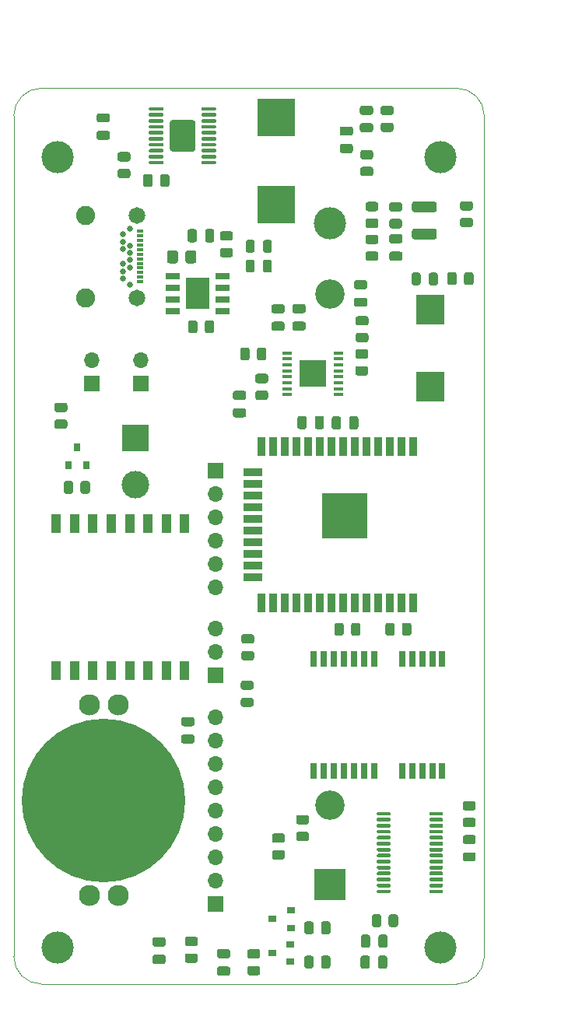
<source format=gbr>
%TF.GenerationSoftware,KiCad,Pcbnew,(5.1.10)-1*%
%TF.CreationDate,2021-09-02T16:56:43-04:00*%
%TF.ProjectId,buoy-c,62756f79-2d63-42e6-9b69-6361645f7063,1.0*%
%TF.SameCoordinates,Original*%
%TF.FileFunction,Soldermask,Top*%
%TF.FilePolarity,Negative*%
%FSLAX46Y46*%
G04 Gerber Fmt 4.6, Leading zero omitted, Abs format (unit mm)*
G04 Created by KiCad (PCBNEW (5.1.10)-1) date 2021-09-02 16:56:43*
%MOMM*%
%LPD*%
G01*
G04 APERTURE LIST*
%TA.AperFunction,Profile*%
%ADD10C,0.050000*%
%TD*%
%ADD11C,3.500000*%
%ADD12R,3.500000X3.500000*%
%ADD13C,3.200000*%
%ADD14C,2.300000*%
%ADD15C,17.800000*%
%ADD16O,1.700000X1.700000*%
%ADD17R,1.700000X1.700000*%
%ADD18R,0.800000X1.800000*%
%ADD19R,4.100000X4.100000*%
%ADD20R,3.050000X3.300000*%
%ADD21R,0.700000X0.350000*%
%ADD22C,0.650000*%
%ADD23C,1.815000*%
%ADD24C,2.085000*%
%ADD25R,0.900000X2.000000*%
%ADD26R,2.000000X0.900000*%
%ADD27R,5.000000X5.000000*%
%ADD28R,3.000000X3.000000*%
%ADD29C,3.000000*%
%ADD30R,0.800000X0.900000*%
%ADD31R,0.900000X0.800000*%
%ADD32R,2.513000X3.402000*%
%ADD33R,1.525000X0.700000*%
%ADD34R,1.050000X0.450000*%
%ADD35R,1.000000X2.000000*%
G04 APERTURE END LIST*
D10*
X151750000Y-194500000D02*
G75*
G02*
X148750000Y-197500000I-3000000J0D01*
G01*
X148750000Y-100000000D02*
G75*
G02*
X151750000Y-103000000I0J-3000000D01*
G01*
X103550000Y-197500000D02*
G75*
G02*
X100550000Y-194500000I0J3000000D01*
G01*
X100550000Y-103000000D02*
G75*
G02*
X103550000Y-100000000I3000000J0D01*
G01*
X103550000Y-197500000D02*
X148750000Y-197500000D01*
X103550000Y-100000000D02*
X148750000Y-100000000D01*
X151750000Y-103000000D02*
X151750000Y-194500000D01*
X100550000Y-103000000D02*
X100550000Y-194500000D01*
D11*
%TO.C,J5*%
X134975600Y-114700000D03*
D12*
X134975600Y-186700000D03*
D13*
X134975600Y-178055000D03*
X134975600Y-122445000D03*
%TD*%
%TO.C,C14*%
G36*
G01*
X128828780Y-123510380D02*
X129778780Y-123510380D01*
G75*
G02*
X130028780Y-123760380I0J-250000D01*
G01*
X130028780Y-124260380D01*
G75*
G02*
X129778780Y-124510380I-250000J0D01*
G01*
X128828780Y-124510380D01*
G75*
G02*
X128578780Y-124260380I0J250000D01*
G01*
X128578780Y-123760380D01*
G75*
G02*
X128828780Y-123510380I250000J0D01*
G01*
G37*
G36*
G01*
X128828780Y-125410380D02*
X129778780Y-125410380D01*
G75*
G02*
X130028780Y-125660380I0J-250000D01*
G01*
X130028780Y-126160380D01*
G75*
G02*
X129778780Y-126410380I-250000J0D01*
G01*
X128828780Y-126410380D01*
G75*
G02*
X128578780Y-126160380I0J250000D01*
G01*
X128578780Y-125660380D01*
G75*
G02*
X128828780Y-125410380I250000J0D01*
G01*
G37*
%TD*%
D14*
%TO.C,J2*%
X108822360Y-187892660D03*
X111922360Y-187892660D03*
X111922360Y-167092660D03*
X108822360Y-167092660D03*
D15*
X110322360Y-177492660D03*
%TD*%
%TO.C,R33*%
G36*
G01*
X141625741Y-102939900D02*
X140725739Y-102939900D01*
G75*
G02*
X140475740Y-102689901I0J249999D01*
G01*
X140475740Y-102164899D01*
G75*
G02*
X140725739Y-101914900I249999J0D01*
G01*
X141625741Y-101914900D01*
G75*
G02*
X141875740Y-102164899I0J-249999D01*
G01*
X141875740Y-102689901D01*
G75*
G02*
X141625741Y-102939900I-249999J0D01*
G01*
G37*
G36*
G01*
X141625741Y-104764900D02*
X140725739Y-104764900D01*
G75*
G02*
X140475740Y-104514901I0J249999D01*
G01*
X140475740Y-103989899D01*
G75*
G02*
X140725739Y-103739900I249999J0D01*
G01*
X141625741Y-103739900D01*
G75*
G02*
X141875740Y-103989899I0J-249999D01*
G01*
X141875740Y-104514901D01*
G75*
G02*
X141625741Y-104764900I-249999J0D01*
G01*
G37*
%TD*%
%TO.C,R32*%
G36*
G01*
X149356659Y-114115800D02*
X150256661Y-114115800D01*
G75*
G02*
X150506660Y-114365799I0J-249999D01*
G01*
X150506660Y-114890801D01*
G75*
G02*
X150256661Y-115140800I-249999J0D01*
G01*
X149356659Y-115140800D01*
G75*
G02*
X149106660Y-114890801I0J249999D01*
G01*
X149106660Y-114365799D01*
G75*
G02*
X149356659Y-114115800I249999J0D01*
G01*
G37*
G36*
G01*
X149356659Y-112290800D02*
X150256661Y-112290800D01*
G75*
G02*
X150506660Y-112540799I0J-249999D01*
G01*
X150506660Y-113065801D01*
G75*
G02*
X150256661Y-113315800I-249999J0D01*
G01*
X149356659Y-113315800D01*
G75*
G02*
X149106660Y-113065801I0J249999D01*
G01*
X149106660Y-112540799D01*
G75*
G02*
X149356659Y-112290800I249999J0D01*
G01*
G37*
%TD*%
D16*
%TO.C,J3*%
X114345720Y-129646680D03*
D17*
X114345720Y-132186680D03*
%TD*%
D16*
%TO.C,J10*%
X122521980Y-154302460D03*
X122521980Y-151762460D03*
X122521980Y-149222460D03*
X122521980Y-146682460D03*
X122521980Y-144142460D03*
D17*
X122521980Y-141602460D03*
%TD*%
%TO.C,R34*%
G36*
G01*
X125560119Y-161250020D02*
X126460121Y-161250020D01*
G75*
G02*
X126710120Y-161500019I0J-249999D01*
G01*
X126710120Y-162025021D01*
G75*
G02*
X126460121Y-162275020I-249999J0D01*
G01*
X125560119Y-162275020D01*
G75*
G02*
X125310120Y-162025021I0J249999D01*
G01*
X125310120Y-161500019D01*
G75*
G02*
X125560119Y-161250020I249999J0D01*
G01*
G37*
G36*
G01*
X125560119Y-159425020D02*
X126460121Y-159425020D01*
G75*
G02*
X126710120Y-159675019I0J-249999D01*
G01*
X126710120Y-160200021D01*
G75*
G02*
X126460121Y-160450020I-249999J0D01*
G01*
X125560119Y-160450020D01*
G75*
G02*
X125310120Y-160200021I0J249999D01*
G01*
X125310120Y-159675019D01*
G75*
G02*
X125560119Y-159425020I249999J0D01*
G01*
G37*
%TD*%
%TO.C,D8*%
G36*
G01*
X126404690Y-165462800D02*
X125492190Y-165462800D01*
G75*
G02*
X125248440Y-165219050I0J243750D01*
G01*
X125248440Y-164731550D01*
G75*
G02*
X125492190Y-164487800I243750J0D01*
G01*
X126404690Y-164487800D01*
G75*
G02*
X126648440Y-164731550I0J-243750D01*
G01*
X126648440Y-165219050D01*
G75*
G02*
X126404690Y-165462800I-243750J0D01*
G01*
G37*
G36*
G01*
X126404690Y-167337800D02*
X125492190Y-167337800D01*
G75*
G02*
X125248440Y-167094050I0J243750D01*
G01*
X125248440Y-166606550D01*
G75*
G02*
X125492190Y-166362800I243750J0D01*
G01*
X126404690Y-166362800D01*
G75*
G02*
X126648440Y-166606550I0J-243750D01*
G01*
X126648440Y-167094050D01*
G75*
G02*
X126404690Y-167337800I-243750J0D01*
G01*
G37*
%TD*%
D16*
%TO.C,J7*%
X109062520Y-129646680D03*
D17*
X109062520Y-132186680D03*
%TD*%
D16*
%TO.C,J14*%
X122521980Y-168455340D03*
X122521980Y-170995340D03*
X122521980Y-173535340D03*
X122521980Y-176075340D03*
X122521980Y-178615340D03*
X122521980Y-181155340D03*
X122521980Y-183695340D03*
X122521980Y-186235340D03*
D17*
X122521980Y-188775340D03*
%TD*%
D18*
%TO.C,U1*%
X133185140Y-174314040D03*
X134285140Y-174314040D03*
X135385140Y-174314040D03*
X136485140Y-174314040D03*
X137585140Y-174314040D03*
X138685140Y-174314040D03*
X139785140Y-174314040D03*
X142785140Y-174314040D03*
X143885140Y-174314040D03*
X144985140Y-174314040D03*
X146085140Y-174314040D03*
X147185140Y-174314040D03*
X147185140Y-162114040D03*
X146085140Y-162114040D03*
X144985140Y-162114040D03*
X143885140Y-162114040D03*
X142785140Y-162114040D03*
X139785140Y-162114040D03*
X138685140Y-162114040D03*
X137585140Y-162114040D03*
X136485140Y-162114040D03*
X135385140Y-162114040D03*
X134285140Y-162114040D03*
X133185140Y-162114040D03*
%TD*%
D11*
%TO.C,REF\u002A\u002A*%
X147000000Y-193500000D03*
%TD*%
%TO.C,REF\u002A\u002A*%
X147000000Y-107500000D03*
%TD*%
%TO.C,REF\u002A\u002A*%
X105300000Y-193500000D03*
%TD*%
%TO.C,REF\u002A\u002A*%
X105300000Y-107500000D03*
%TD*%
D19*
%TO.C,L1*%
X129113280Y-112669520D03*
X129113280Y-103169520D03*
%TD*%
D20*
%TO.C,L2*%
X145897600Y-124082700D03*
X145897600Y-132482700D03*
%TD*%
D21*
%TO.C,J1*%
X114314020Y-115570820D03*
X114314020Y-116070820D03*
X114314020Y-116570820D03*
X114314020Y-117070820D03*
X114314020Y-117570820D03*
X114314020Y-118070820D03*
X114314020Y-118570820D03*
X114314020Y-119070820D03*
X114314020Y-119570820D03*
X114314020Y-120070820D03*
X114314020Y-120570820D03*
X114314020Y-121070820D03*
D22*
X113164020Y-121370820D03*
X112464020Y-120720820D03*
X112464020Y-119920820D03*
X113164020Y-119520820D03*
X112464020Y-119120820D03*
X113164020Y-118720820D03*
X113164020Y-117920820D03*
X112464020Y-117520820D03*
X113164020Y-117120820D03*
X112464020Y-116720820D03*
X112464020Y-115920820D03*
X113164020Y-115270820D03*
D23*
X113964020Y-113820820D03*
D24*
X108364020Y-113820820D03*
X108364020Y-122820820D03*
D23*
X113964020Y-122820820D03*
%TD*%
D25*
%TO.C,U4*%
X144041600Y-139030300D03*
X142771600Y-139030300D03*
X141501600Y-139030300D03*
X140231600Y-139030300D03*
X138961600Y-139030300D03*
X137691600Y-139030300D03*
X136421600Y-139030300D03*
X135151600Y-139030300D03*
X133881600Y-139030300D03*
X132611600Y-139030300D03*
X131341600Y-139030300D03*
X130071600Y-139030300D03*
X128801600Y-139030300D03*
X127531600Y-139030300D03*
D26*
X126531600Y-141815300D03*
X126531600Y-143085300D03*
X126531600Y-144355300D03*
X126531600Y-145625300D03*
X126531600Y-146895300D03*
X126531600Y-148165300D03*
X126531600Y-149435300D03*
X126531600Y-150705300D03*
X126531600Y-151975300D03*
X126531600Y-153245300D03*
D25*
X127531600Y-156030300D03*
X128801600Y-156030300D03*
X130071600Y-156030300D03*
X131341600Y-156030300D03*
X132611600Y-156030300D03*
X133881600Y-156030300D03*
X135151600Y-156030300D03*
X136421600Y-156030300D03*
X137691600Y-156030300D03*
X138961600Y-156030300D03*
X140231600Y-156030300D03*
X141501600Y-156030300D03*
X142771600Y-156030300D03*
X144041600Y-156030300D03*
D27*
X136541600Y-146530300D03*
%TD*%
%TO.C,C1*%
G36*
G01*
X109811800Y-102735720D02*
X110761800Y-102735720D01*
G75*
G02*
X111011800Y-102985720I0J-250000D01*
G01*
X111011800Y-103485720D01*
G75*
G02*
X110761800Y-103735720I-250000J0D01*
G01*
X109811800Y-103735720D01*
G75*
G02*
X109561800Y-103485720I0J250000D01*
G01*
X109561800Y-102985720D01*
G75*
G02*
X109811800Y-102735720I250000J0D01*
G01*
G37*
G36*
G01*
X109811800Y-104635720D02*
X110761800Y-104635720D01*
G75*
G02*
X111011800Y-104885720I0J-250000D01*
G01*
X111011800Y-105385720D01*
G75*
G02*
X110761800Y-105635720I-250000J0D01*
G01*
X109811800Y-105635720D01*
G75*
G02*
X109561800Y-105385720I0J250000D01*
G01*
X109561800Y-104885720D01*
G75*
G02*
X109811800Y-104635720I250000J0D01*
G01*
G37*
%TD*%
%TO.C,C2*%
G36*
G01*
X119014220Y-168440440D02*
X119964220Y-168440440D01*
G75*
G02*
X120214220Y-168690440I0J-250000D01*
G01*
X120214220Y-169190440D01*
G75*
G02*
X119964220Y-169440440I-250000J0D01*
G01*
X119014220Y-169440440D01*
G75*
G02*
X118764220Y-169190440I0J250000D01*
G01*
X118764220Y-168690440D01*
G75*
G02*
X119014220Y-168440440I250000J0D01*
G01*
G37*
G36*
G01*
X119014220Y-170340440D02*
X119964220Y-170340440D01*
G75*
G02*
X120214220Y-170590440I0J-250000D01*
G01*
X120214220Y-171090440D01*
G75*
G02*
X119964220Y-171340440I-250000J0D01*
G01*
X119014220Y-171340440D01*
G75*
G02*
X118764220Y-171090440I0J250000D01*
G01*
X118764220Y-170590440D01*
G75*
G02*
X119014220Y-170340440I250000J0D01*
G01*
G37*
%TD*%
%TO.C,C3*%
G36*
G01*
X122366700Y-115582680D02*
X122366700Y-116532680D01*
G75*
G02*
X122116700Y-116782680I-250000J0D01*
G01*
X121616700Y-116782680D01*
G75*
G02*
X121366700Y-116532680I0J250000D01*
G01*
X121366700Y-115582680D01*
G75*
G02*
X121616700Y-115332680I250000J0D01*
G01*
X122116700Y-115332680D01*
G75*
G02*
X122366700Y-115582680I0J-250000D01*
G01*
G37*
G36*
G01*
X120466700Y-115582680D02*
X120466700Y-116532680D01*
G75*
G02*
X120216700Y-116782680I-250000J0D01*
G01*
X119716700Y-116782680D01*
G75*
G02*
X119466700Y-116532680I0J250000D01*
G01*
X119466700Y-115582680D01*
G75*
G02*
X119716700Y-115332680I250000J0D01*
G01*
X120216700Y-115332680D01*
G75*
G02*
X120466700Y-115582680I0J-250000D01*
G01*
G37*
%TD*%
%TO.C,C4*%
G36*
G01*
X136260820Y-104170820D02*
X137210820Y-104170820D01*
G75*
G02*
X137460820Y-104420820I0J-250000D01*
G01*
X137460820Y-104920820D01*
G75*
G02*
X137210820Y-105170820I-250000J0D01*
G01*
X136260820Y-105170820D01*
G75*
G02*
X136010820Y-104920820I0J250000D01*
G01*
X136010820Y-104420820D01*
G75*
G02*
X136260820Y-104170820I250000J0D01*
G01*
G37*
G36*
G01*
X136260820Y-106070820D02*
X137210820Y-106070820D01*
G75*
G02*
X137460820Y-106320820I0J-250000D01*
G01*
X137460820Y-106820820D01*
G75*
G02*
X137210820Y-107070820I-250000J0D01*
G01*
X136260820Y-107070820D01*
G75*
G02*
X136010820Y-106820820I0J250000D01*
G01*
X136010820Y-106320820D01*
G75*
G02*
X136260820Y-106070820I250000J0D01*
G01*
G37*
%TD*%
%TO.C,C5*%
G36*
G01*
X138455380Y-103802600D02*
X139405380Y-103802600D01*
G75*
G02*
X139655380Y-104052600I0J-250000D01*
G01*
X139655380Y-104552600D01*
G75*
G02*
X139405380Y-104802600I-250000J0D01*
G01*
X138455380Y-104802600D01*
G75*
G02*
X138205380Y-104552600I0J250000D01*
G01*
X138205380Y-104052600D01*
G75*
G02*
X138455380Y-103802600I250000J0D01*
G01*
G37*
G36*
G01*
X138455380Y-101902600D02*
X139405380Y-101902600D01*
G75*
G02*
X139655380Y-102152600I0J-250000D01*
G01*
X139655380Y-102652600D01*
G75*
G02*
X139405380Y-102902600I-250000J0D01*
G01*
X138455380Y-102902600D01*
G75*
G02*
X138205380Y-102652600I0J250000D01*
G01*
X138205380Y-102152600D01*
G75*
G02*
X138455380Y-101902600I250000J0D01*
G01*
G37*
%TD*%
%TO.C,C6*%
G36*
G01*
X141655780Y-117790380D02*
X142605780Y-117790380D01*
G75*
G02*
X142855780Y-118040380I0J-250000D01*
G01*
X142855780Y-118540380D01*
G75*
G02*
X142605780Y-118790380I-250000J0D01*
G01*
X141655780Y-118790380D01*
G75*
G02*
X141405780Y-118540380I0J250000D01*
G01*
X141405780Y-118040380D01*
G75*
G02*
X141655780Y-117790380I250000J0D01*
G01*
G37*
G36*
G01*
X141655780Y-115890380D02*
X142605780Y-115890380D01*
G75*
G02*
X142855780Y-116140380I0J-250000D01*
G01*
X142855780Y-116640380D01*
G75*
G02*
X142605780Y-116890380I-250000J0D01*
G01*
X141655780Y-116890380D01*
G75*
G02*
X141405780Y-116640380I0J250000D01*
G01*
X141405780Y-116140380D01*
G75*
G02*
X141655780Y-115890380I250000J0D01*
G01*
G37*
%TD*%
%TO.C,C7*%
G36*
G01*
X137817840Y-120894180D02*
X138767840Y-120894180D01*
G75*
G02*
X139017840Y-121144180I0J-250000D01*
G01*
X139017840Y-121644180D01*
G75*
G02*
X138767840Y-121894180I-250000J0D01*
G01*
X137817840Y-121894180D01*
G75*
G02*
X137567840Y-121644180I0J250000D01*
G01*
X137567840Y-121144180D01*
G75*
G02*
X137817840Y-120894180I250000J0D01*
G01*
G37*
G36*
G01*
X137817840Y-122794180D02*
X138767840Y-122794180D01*
G75*
G02*
X139017840Y-123044180I0J-250000D01*
G01*
X139017840Y-123544180D01*
G75*
G02*
X138767840Y-123794180I-250000J0D01*
G01*
X137817840Y-123794180D01*
G75*
G02*
X137567840Y-123544180I0J250000D01*
G01*
X137567840Y-123044180D01*
G75*
G02*
X137817840Y-122794180I250000J0D01*
G01*
G37*
%TD*%
%TO.C,C8*%
G36*
G01*
X144132119Y-112341440D02*
X146332121Y-112341440D01*
G75*
G02*
X146582120Y-112591439I0J-249999D01*
G01*
X146582120Y-113241441D01*
G75*
G02*
X146332121Y-113491440I-249999J0D01*
G01*
X144132119Y-113491440D01*
G75*
G02*
X143882120Y-113241441I0J249999D01*
G01*
X143882120Y-112591439D01*
G75*
G02*
X144132119Y-112341440I249999J0D01*
G01*
G37*
G36*
G01*
X144132119Y-115291440D02*
X146332121Y-115291440D01*
G75*
G02*
X146582120Y-115541439I0J-249999D01*
G01*
X146582120Y-116191441D01*
G75*
G02*
X146332121Y-116441440I-249999J0D01*
G01*
X144132119Y-116441440D01*
G75*
G02*
X143882120Y-116191441I0J249999D01*
G01*
X143882120Y-115541439D01*
G75*
G02*
X144132119Y-115291440I249999J0D01*
G01*
G37*
%TD*%
%TO.C,C9*%
G36*
G01*
X139288100Y-194642720D02*
X139288100Y-195592720D01*
G75*
G02*
X139038100Y-195842720I-250000J0D01*
G01*
X138538100Y-195842720D01*
G75*
G02*
X138288100Y-195592720I0J250000D01*
G01*
X138288100Y-194642720D01*
G75*
G02*
X138538100Y-194392720I250000J0D01*
G01*
X139038100Y-194392720D01*
G75*
G02*
X139288100Y-194642720I0J-250000D01*
G01*
G37*
G36*
G01*
X141188100Y-194642720D02*
X141188100Y-195592720D01*
G75*
G02*
X140938100Y-195842720I-250000J0D01*
G01*
X140438100Y-195842720D01*
G75*
G02*
X140188100Y-195592720I0J250000D01*
G01*
X140188100Y-194642720D01*
G75*
G02*
X140438100Y-194392720I250000J0D01*
G01*
X140938100Y-194392720D01*
G75*
G02*
X141188100Y-194642720I0J-250000D01*
G01*
G37*
%TD*%
%TO.C,C11*%
G36*
G01*
X141221120Y-192361800D02*
X141221120Y-193311800D01*
G75*
G02*
X140971120Y-193561800I-250000J0D01*
G01*
X140471120Y-193561800D01*
G75*
G02*
X140221120Y-193311800I0J250000D01*
G01*
X140221120Y-192361800D01*
G75*
G02*
X140471120Y-192111800I250000J0D01*
G01*
X140971120Y-192111800D01*
G75*
G02*
X141221120Y-192361800I0J-250000D01*
G01*
G37*
G36*
G01*
X139321120Y-192361800D02*
X139321120Y-193311800D01*
G75*
G02*
X139071120Y-193561800I-250000J0D01*
G01*
X138571120Y-193561800D01*
G75*
G02*
X138321120Y-193311800I0J250000D01*
G01*
X138321120Y-192361800D01*
G75*
G02*
X138571120Y-192111800I250000J0D01*
G01*
X139071120Y-192111800D01*
G75*
G02*
X139321120Y-192361800I0J-250000D01*
G01*
G37*
%TD*%
%TO.C,C13*%
G36*
G01*
X131114780Y-125392600D02*
X132064780Y-125392600D01*
G75*
G02*
X132314780Y-125642600I0J-250000D01*
G01*
X132314780Y-126142600D01*
G75*
G02*
X132064780Y-126392600I-250000J0D01*
G01*
X131114780Y-126392600D01*
G75*
G02*
X130864780Y-126142600I0J250000D01*
G01*
X130864780Y-125642600D01*
G75*
G02*
X131114780Y-125392600I250000J0D01*
G01*
G37*
G36*
G01*
X131114780Y-123492600D02*
X132064780Y-123492600D01*
G75*
G02*
X132314780Y-123742600I0J-250000D01*
G01*
X132314780Y-124242600D01*
G75*
G02*
X132064780Y-124492600I-250000J0D01*
G01*
X131114780Y-124492600D01*
G75*
G02*
X130864780Y-124242600I0J250000D01*
G01*
X130864780Y-123742600D01*
G75*
G02*
X131114780Y-123492600I250000J0D01*
G01*
G37*
%TD*%
%TO.C,C16*%
G36*
G01*
X115890020Y-192415500D02*
X116840020Y-192415500D01*
G75*
G02*
X117090020Y-192665500I0J-250000D01*
G01*
X117090020Y-193165500D01*
G75*
G02*
X116840020Y-193415500I-250000J0D01*
G01*
X115890020Y-193415500D01*
G75*
G02*
X115640020Y-193165500I0J250000D01*
G01*
X115640020Y-192665500D01*
G75*
G02*
X115890020Y-192415500I250000J0D01*
G01*
G37*
G36*
G01*
X115890020Y-194315500D02*
X116840020Y-194315500D01*
G75*
G02*
X117090020Y-194565500I0J-250000D01*
G01*
X117090020Y-195065500D01*
G75*
G02*
X116840020Y-195315500I-250000J0D01*
G01*
X115890020Y-195315500D01*
G75*
G02*
X115640020Y-195065500I0J250000D01*
G01*
X115640020Y-194565500D01*
G75*
G02*
X115890020Y-194315500I250000J0D01*
G01*
G37*
%TD*%
%TO.C,C17*%
G36*
G01*
X124640320Y-134828700D02*
X125590320Y-134828700D01*
G75*
G02*
X125840320Y-135078700I0J-250000D01*
G01*
X125840320Y-135578700D01*
G75*
G02*
X125590320Y-135828700I-250000J0D01*
G01*
X124640320Y-135828700D01*
G75*
G02*
X124390320Y-135578700I0J250000D01*
G01*
X124390320Y-135078700D01*
G75*
G02*
X124640320Y-134828700I250000J0D01*
G01*
G37*
G36*
G01*
X124640320Y-132928700D02*
X125590320Y-132928700D01*
G75*
G02*
X125840320Y-133178700I0J-250000D01*
G01*
X125840320Y-133678700D01*
G75*
G02*
X125590320Y-133928700I-250000J0D01*
G01*
X124640320Y-133928700D01*
G75*
G02*
X124390320Y-133678700I0J250000D01*
G01*
X124390320Y-133178700D01*
G75*
G02*
X124640320Y-132928700I250000J0D01*
G01*
G37*
%TD*%
%TO.C,C18*%
G36*
G01*
X122913120Y-195588040D02*
X123863120Y-195588040D01*
G75*
G02*
X124113120Y-195838040I0J-250000D01*
G01*
X124113120Y-196338040D01*
G75*
G02*
X123863120Y-196588040I-250000J0D01*
G01*
X122913120Y-196588040D01*
G75*
G02*
X122663120Y-196338040I0J250000D01*
G01*
X122663120Y-195838040D01*
G75*
G02*
X122913120Y-195588040I250000J0D01*
G01*
G37*
G36*
G01*
X122913120Y-193688040D02*
X123863120Y-193688040D01*
G75*
G02*
X124113120Y-193938040I0J-250000D01*
G01*
X124113120Y-194438040D01*
G75*
G02*
X123863120Y-194688040I-250000J0D01*
G01*
X122913120Y-194688040D01*
G75*
G02*
X122663120Y-194438040I0J250000D01*
G01*
X122663120Y-193938040D01*
G75*
G02*
X122913120Y-193688040I250000J0D01*
G01*
G37*
%TD*%
%TO.C,D1*%
G36*
G01*
X125788360Y-117672170D02*
X125788360Y-116759670D01*
G75*
G02*
X126032110Y-116515920I243750J0D01*
G01*
X126519610Y-116515920D01*
G75*
G02*
X126763360Y-116759670I0J-243750D01*
G01*
X126763360Y-117672170D01*
G75*
G02*
X126519610Y-117915920I-243750J0D01*
G01*
X126032110Y-117915920D01*
G75*
G02*
X125788360Y-117672170I0J243750D01*
G01*
G37*
G36*
G01*
X127663360Y-117672170D02*
X127663360Y-116759670D01*
G75*
G02*
X127907110Y-116515920I243750J0D01*
G01*
X128394610Y-116515920D01*
G75*
G02*
X128638360Y-116759670I0J-243750D01*
G01*
X128638360Y-117672170D01*
G75*
G02*
X128394610Y-117915920I-243750J0D01*
G01*
X127907110Y-117915920D01*
G75*
G02*
X127663360Y-117672170I0J243750D01*
G01*
G37*
%TD*%
%TO.C,D2*%
G36*
G01*
X127665900Y-119823550D02*
X127665900Y-118911050D01*
G75*
G02*
X127909650Y-118667300I243750J0D01*
G01*
X128397150Y-118667300D01*
G75*
G02*
X128640900Y-118911050I0J-243750D01*
G01*
X128640900Y-119823550D01*
G75*
G02*
X128397150Y-120067300I-243750J0D01*
G01*
X127909650Y-120067300D01*
G75*
G02*
X127665900Y-119823550I0J243750D01*
G01*
G37*
G36*
G01*
X125790900Y-119823550D02*
X125790900Y-118911050D01*
G75*
G02*
X126034650Y-118667300I243750J0D01*
G01*
X126522150Y-118667300D01*
G75*
G02*
X126765900Y-118911050I0J-243750D01*
G01*
X126765900Y-119823550D01*
G75*
G02*
X126522150Y-120067300I-243750J0D01*
G01*
X126034650Y-120067300D01*
G75*
G02*
X125790900Y-119823550I0J243750D01*
G01*
G37*
%TD*%
%TO.C,D4*%
G36*
G01*
X150575330Y-184139900D02*
X149662830Y-184139900D01*
G75*
G02*
X149419080Y-183896150I0J243750D01*
G01*
X149419080Y-183408650D01*
G75*
G02*
X149662830Y-183164900I243750J0D01*
G01*
X150575330Y-183164900D01*
G75*
G02*
X150819080Y-183408650I0J-243750D01*
G01*
X150819080Y-183896150D01*
G75*
G02*
X150575330Y-184139900I-243750J0D01*
G01*
G37*
G36*
G01*
X150575330Y-182264900D02*
X149662830Y-182264900D01*
G75*
G02*
X149419080Y-182021150I0J243750D01*
G01*
X149419080Y-181533650D01*
G75*
G02*
X149662830Y-181289900I243750J0D01*
G01*
X150575330Y-181289900D01*
G75*
G02*
X150819080Y-181533650I0J-243750D01*
G01*
X150819080Y-182021150D01*
G75*
G02*
X150575330Y-182264900I-243750J0D01*
G01*
G37*
%TD*%
%TO.C,D5*%
G36*
G01*
X143847760Y-121218010D02*
X143847760Y-120305510D01*
G75*
G02*
X144091510Y-120061760I243750J0D01*
G01*
X144579010Y-120061760D01*
G75*
G02*
X144822760Y-120305510I0J-243750D01*
G01*
X144822760Y-121218010D01*
G75*
G02*
X144579010Y-121461760I-243750J0D01*
G01*
X144091510Y-121461760D01*
G75*
G02*
X143847760Y-121218010I0J243750D01*
G01*
G37*
G36*
G01*
X145722760Y-121218010D02*
X145722760Y-120305510D01*
G75*
G02*
X145966510Y-120061760I243750J0D01*
G01*
X146454010Y-120061760D01*
G75*
G02*
X146697760Y-120305510I0J-243750D01*
G01*
X146697760Y-121218010D01*
G75*
G02*
X146454010Y-121461760I-243750J0D01*
G01*
X145966510Y-121461760D01*
G75*
G02*
X145722760Y-121218010I0J243750D01*
G01*
G37*
%TD*%
D16*
%TO.C,J8*%
X122521980Y-158826200D03*
X122521980Y-161366200D03*
D17*
X122521980Y-163906200D03*
%TD*%
D28*
%TO.C,J11*%
X113797080Y-138046460D03*
D29*
X113797080Y-143126460D03*
%TD*%
D30*
%TO.C,Q1*%
X106509780Y-141063220D03*
X108409780Y-141063220D03*
X107459780Y-139063220D03*
%TD*%
D31*
%TO.C,Q2*%
X130677160Y-191383960D03*
X130677160Y-189483960D03*
X128677160Y-190433960D03*
%TD*%
%TO.C,Q3*%
X128674620Y-194124580D03*
X130674620Y-193174580D03*
X130674620Y-195074580D03*
%TD*%
%TO.C,R1*%
G36*
G01*
X116452600Y-110498041D02*
X116452600Y-109598039D01*
G75*
G02*
X116702599Y-109348040I249999J0D01*
G01*
X117227601Y-109348040D01*
G75*
G02*
X117477600Y-109598039I0J-249999D01*
G01*
X117477600Y-110498041D01*
G75*
G02*
X117227601Y-110748040I-249999J0D01*
G01*
X116702599Y-110748040D01*
G75*
G02*
X116452600Y-110498041I0J249999D01*
G01*
G37*
G36*
G01*
X114627600Y-110498041D02*
X114627600Y-109598039D01*
G75*
G02*
X114877599Y-109348040I249999J0D01*
G01*
X115402601Y-109348040D01*
G75*
G02*
X115652600Y-109598039I0J-249999D01*
G01*
X115652600Y-110498041D01*
G75*
G02*
X115402601Y-110748040I-249999J0D01*
G01*
X114877599Y-110748040D01*
G75*
G02*
X114627600Y-110498041I0J249999D01*
G01*
G37*
%TD*%
%TO.C,R2*%
G36*
G01*
X112084699Y-108774180D02*
X112984701Y-108774180D01*
G75*
G02*
X113234700Y-109024179I0J-249999D01*
G01*
X113234700Y-109549181D01*
G75*
G02*
X112984701Y-109799180I-249999J0D01*
G01*
X112084699Y-109799180D01*
G75*
G02*
X111834700Y-109549181I0J249999D01*
G01*
X111834700Y-109024179D01*
G75*
G02*
X112084699Y-108774180I249999J0D01*
G01*
G37*
G36*
G01*
X112084699Y-106949180D02*
X112984701Y-106949180D01*
G75*
G02*
X113234700Y-107199179I0J-249999D01*
G01*
X113234700Y-107724181D01*
G75*
G02*
X112984701Y-107974180I-249999J0D01*
G01*
X112084699Y-107974180D01*
G75*
G02*
X111834700Y-107724181I0J249999D01*
G01*
X111834700Y-107199179D01*
G75*
G02*
X112084699Y-106949180I249999J0D01*
G01*
G37*
%TD*%
%TO.C,R3*%
G36*
G01*
X119509480Y-126418761D02*
X119509480Y-125518759D01*
G75*
G02*
X119759479Y-125268760I249999J0D01*
G01*
X120284481Y-125268760D01*
G75*
G02*
X120534480Y-125518759I0J-249999D01*
G01*
X120534480Y-126418761D01*
G75*
G02*
X120284481Y-126668760I-249999J0D01*
G01*
X119759479Y-126668760D01*
G75*
G02*
X119509480Y-126418761I0J249999D01*
G01*
G37*
G36*
G01*
X121334480Y-126418761D02*
X121334480Y-125518759D01*
G75*
G02*
X121584479Y-125268760I249999J0D01*
G01*
X122109481Y-125268760D01*
G75*
G02*
X122359480Y-125518759I0J-249999D01*
G01*
X122359480Y-126418761D01*
G75*
G02*
X122109481Y-126668760I-249999J0D01*
G01*
X121584479Y-126668760D01*
G75*
G02*
X121334480Y-126418761I0J249999D01*
G01*
G37*
%TD*%
%TO.C,R5*%
G36*
G01*
X123247999Y-117387320D02*
X124148001Y-117387320D01*
G75*
G02*
X124398000Y-117637319I0J-249999D01*
G01*
X124398000Y-118162321D01*
G75*
G02*
X124148001Y-118412320I-249999J0D01*
G01*
X123247999Y-118412320D01*
G75*
G02*
X122998000Y-118162321I0J249999D01*
G01*
X122998000Y-117637319D01*
G75*
G02*
X123247999Y-117387320I249999J0D01*
G01*
G37*
G36*
G01*
X123247999Y-115562320D02*
X124148001Y-115562320D01*
G75*
G02*
X124398000Y-115812319I0J-249999D01*
G01*
X124398000Y-116337321D01*
G75*
G02*
X124148001Y-116587320I-249999J0D01*
G01*
X123247999Y-116587320D01*
G75*
G02*
X122998000Y-116337321I0J249999D01*
G01*
X122998000Y-115812319D01*
G75*
G02*
X123247999Y-115562320I249999J0D01*
G01*
G37*
%TD*%
%TO.C,R7*%
G36*
G01*
X138508319Y-106728200D02*
X139408321Y-106728200D01*
G75*
G02*
X139658320Y-106978199I0J-249999D01*
G01*
X139658320Y-107503201D01*
G75*
G02*
X139408321Y-107753200I-249999J0D01*
G01*
X138508319Y-107753200D01*
G75*
G02*
X138258320Y-107503201I0J249999D01*
G01*
X138258320Y-106978199D01*
G75*
G02*
X138508319Y-106728200I249999J0D01*
G01*
G37*
G36*
G01*
X138508319Y-108553200D02*
X139408321Y-108553200D01*
G75*
G02*
X139658320Y-108803199I0J-249999D01*
G01*
X139658320Y-109328201D01*
G75*
G02*
X139408321Y-109578200I-249999J0D01*
G01*
X138508319Y-109578200D01*
G75*
G02*
X138258320Y-109328201I0J249999D01*
G01*
X138258320Y-108803199D01*
G75*
G02*
X138508319Y-108553200I249999J0D01*
G01*
G37*
%TD*%
%TO.C,R8*%
G36*
G01*
X139072199Y-114194540D02*
X139972201Y-114194540D01*
G75*
G02*
X140222200Y-114444539I0J-249999D01*
G01*
X140222200Y-114969541D01*
G75*
G02*
X139972201Y-115219540I-249999J0D01*
G01*
X139072199Y-115219540D01*
G75*
G02*
X138822200Y-114969541I0J249999D01*
G01*
X138822200Y-114444539D01*
G75*
G02*
X139072199Y-114194540I249999J0D01*
G01*
G37*
G36*
G01*
X139072199Y-112369540D02*
X139972201Y-112369540D01*
G75*
G02*
X140222200Y-112619539I0J-249999D01*
G01*
X140222200Y-113144541D01*
G75*
G02*
X139972201Y-113394540I-249999J0D01*
G01*
X139072199Y-113394540D01*
G75*
G02*
X138822200Y-113144541I0J249999D01*
G01*
X138822200Y-112619539D01*
G75*
G02*
X139072199Y-112369540I249999J0D01*
G01*
G37*
%TD*%
%TO.C,R9*%
G36*
G01*
X139077279Y-115940780D02*
X139977281Y-115940780D01*
G75*
G02*
X140227280Y-116190779I0J-249999D01*
G01*
X140227280Y-116715781D01*
G75*
G02*
X139977281Y-116965780I-249999J0D01*
G01*
X139077279Y-116965780D01*
G75*
G02*
X138827280Y-116715781I0J249999D01*
G01*
X138827280Y-116190779D01*
G75*
G02*
X139077279Y-115940780I249999J0D01*
G01*
G37*
G36*
G01*
X139077279Y-117765780D02*
X139977281Y-117765780D01*
G75*
G02*
X140227280Y-118015779I0J-249999D01*
G01*
X140227280Y-118540781D01*
G75*
G02*
X139977281Y-118790780I-249999J0D01*
G01*
X139077279Y-118790780D01*
G75*
G02*
X138827280Y-118540781I0J249999D01*
G01*
X138827280Y-118015779D01*
G75*
G02*
X139077279Y-117765780I249999J0D01*
G01*
G37*
%TD*%
%TO.C,R10*%
G36*
G01*
X117223740Y-118814001D02*
X117223740Y-117913999D01*
G75*
G02*
X117473739Y-117664000I249999J0D01*
G01*
X118173741Y-117664000D01*
G75*
G02*
X118423740Y-117913999I0J-249999D01*
G01*
X118423740Y-118814001D01*
G75*
G02*
X118173741Y-119064000I-249999J0D01*
G01*
X117473739Y-119064000D01*
G75*
G02*
X117223740Y-118814001I0J249999D01*
G01*
G37*
G36*
G01*
X119223740Y-118814001D02*
X119223740Y-117913999D01*
G75*
G02*
X119473739Y-117664000I249999J0D01*
G01*
X120173741Y-117664000D01*
G75*
G02*
X120423740Y-117913999I0J-249999D01*
G01*
X120423740Y-118814001D01*
G75*
G02*
X120173741Y-119064000I-249999J0D01*
G01*
X119473739Y-119064000D01*
G75*
G02*
X119223740Y-118814001I0J249999D01*
G01*
G37*
%TD*%
%TO.C,R11*%
G36*
G01*
X141652839Y-112405100D02*
X142552841Y-112405100D01*
G75*
G02*
X142802840Y-112655099I0J-249999D01*
G01*
X142802840Y-113180101D01*
G75*
G02*
X142552841Y-113430100I-249999J0D01*
G01*
X141652839Y-113430100D01*
G75*
G02*
X141402840Y-113180101I0J249999D01*
G01*
X141402840Y-112655099D01*
G75*
G02*
X141652839Y-112405100I249999J0D01*
G01*
G37*
G36*
G01*
X141652839Y-114230100D02*
X142552841Y-114230100D01*
G75*
G02*
X142802840Y-114480099I0J-249999D01*
G01*
X142802840Y-115005101D01*
G75*
G02*
X142552841Y-115255100I-249999J0D01*
G01*
X141652839Y-115255100D01*
G75*
G02*
X141402840Y-115005101I0J249999D01*
G01*
X141402840Y-114480099D01*
G75*
G02*
X141652839Y-114230100I249999J0D01*
G01*
G37*
%TD*%
%TO.C,R12*%
G36*
G01*
X132418241Y-180127960D02*
X131518239Y-180127960D01*
G75*
G02*
X131268240Y-179877961I0J249999D01*
G01*
X131268240Y-179352959D01*
G75*
G02*
X131518239Y-179102960I249999J0D01*
G01*
X132418241Y-179102960D01*
G75*
G02*
X132668240Y-179352959I0J-249999D01*
G01*
X132668240Y-179877961D01*
G75*
G02*
X132418241Y-180127960I-249999J0D01*
G01*
G37*
G36*
G01*
X132418241Y-181952960D02*
X131518239Y-181952960D01*
G75*
G02*
X131268240Y-181702961I0J249999D01*
G01*
X131268240Y-181177959D01*
G75*
G02*
X131518239Y-180927960I249999J0D01*
G01*
X132418241Y-180927960D01*
G75*
G02*
X132668240Y-181177959I0J-249999D01*
G01*
X132668240Y-181702961D01*
G75*
G02*
X132418241Y-181952960I-249999J0D01*
G01*
G37*
%TD*%
%TO.C,R13*%
G36*
G01*
X129794421Y-183955120D02*
X128894419Y-183955120D01*
G75*
G02*
X128644420Y-183705121I0J249999D01*
G01*
X128644420Y-183180119D01*
G75*
G02*
X128894419Y-182930120I249999J0D01*
G01*
X129794421Y-182930120D01*
G75*
G02*
X130044420Y-183180119I0J-249999D01*
G01*
X130044420Y-183705121D01*
G75*
G02*
X129794421Y-183955120I-249999J0D01*
G01*
G37*
G36*
G01*
X129794421Y-182130120D02*
X128894419Y-182130120D01*
G75*
G02*
X128644420Y-181880121I0J249999D01*
G01*
X128644420Y-181355119D01*
G75*
G02*
X128894419Y-181105120I249999J0D01*
G01*
X129794421Y-181105120D01*
G75*
G02*
X130044420Y-181355119I0J-249999D01*
G01*
X130044420Y-181880121D01*
G75*
G02*
X129794421Y-182130120I-249999J0D01*
G01*
G37*
%TD*%
%TO.C,R14*%
G36*
G01*
X141340160Y-191059221D02*
X141340160Y-190159219D01*
G75*
G02*
X141590159Y-189909220I249999J0D01*
G01*
X142115161Y-189909220D01*
G75*
G02*
X142365160Y-190159219I0J-249999D01*
G01*
X142365160Y-191059221D01*
G75*
G02*
X142115161Y-191309220I-249999J0D01*
G01*
X141590159Y-191309220D01*
G75*
G02*
X141340160Y-191059221I0J249999D01*
G01*
G37*
G36*
G01*
X139515160Y-191059221D02*
X139515160Y-190159219D01*
G75*
G02*
X139765159Y-189909220I249999J0D01*
G01*
X140290161Y-189909220D01*
G75*
G02*
X140540160Y-190159219I0J-249999D01*
G01*
X140540160Y-191059221D01*
G75*
G02*
X140290161Y-191309220I-249999J0D01*
G01*
X139765159Y-191309220D01*
G75*
G02*
X139515160Y-191059221I0J249999D01*
G01*
G37*
%TD*%
%TO.C,R15*%
G36*
G01*
X105986520Y-143891421D02*
X105986520Y-142991419D01*
G75*
G02*
X106236519Y-142741420I249999J0D01*
G01*
X106761521Y-142741420D01*
G75*
G02*
X107011520Y-142991419I0J-249999D01*
G01*
X107011520Y-143891421D01*
G75*
G02*
X106761521Y-144141420I-249999J0D01*
G01*
X106236519Y-144141420D01*
G75*
G02*
X105986520Y-143891421I0J249999D01*
G01*
G37*
G36*
G01*
X107811520Y-143891421D02*
X107811520Y-142991419D01*
G75*
G02*
X108061519Y-142741420I249999J0D01*
G01*
X108586521Y-142741420D01*
G75*
G02*
X108836520Y-142991419I0J-249999D01*
G01*
X108836520Y-143891421D01*
G75*
G02*
X108586521Y-144141420I-249999J0D01*
G01*
X108061519Y-144141420D01*
G75*
G02*
X107811520Y-143891421I0J249999D01*
G01*
G37*
%TD*%
%TO.C,R16*%
G36*
G01*
X137252660Y-159342241D02*
X137252660Y-158442239D01*
G75*
G02*
X137502659Y-158192240I249999J0D01*
G01*
X138027661Y-158192240D01*
G75*
G02*
X138277660Y-158442239I0J-249999D01*
G01*
X138277660Y-159342241D01*
G75*
G02*
X138027661Y-159592240I-249999J0D01*
G01*
X137502659Y-159592240D01*
G75*
G02*
X137252660Y-159342241I0J249999D01*
G01*
G37*
G36*
G01*
X135427660Y-159342241D02*
X135427660Y-158442239D01*
G75*
G02*
X135677659Y-158192240I249999J0D01*
G01*
X136202661Y-158192240D01*
G75*
G02*
X136452660Y-158442239I0J-249999D01*
G01*
X136452660Y-159342241D01*
G75*
G02*
X136202661Y-159592240I-249999J0D01*
G01*
X135677659Y-159592240D01*
G75*
G02*
X135427660Y-159342241I0J249999D01*
G01*
G37*
%TD*%
%TO.C,R17*%
G36*
G01*
X105226699Y-134226240D02*
X106126701Y-134226240D01*
G75*
G02*
X106376700Y-134476239I0J-249999D01*
G01*
X106376700Y-135001241D01*
G75*
G02*
X106126701Y-135251240I-249999J0D01*
G01*
X105226699Y-135251240D01*
G75*
G02*
X104976700Y-135001241I0J249999D01*
G01*
X104976700Y-134476239D01*
G75*
G02*
X105226699Y-134226240I249999J0D01*
G01*
G37*
G36*
G01*
X105226699Y-136051240D02*
X106126701Y-136051240D01*
G75*
G02*
X106376700Y-136301239I0J-249999D01*
G01*
X106376700Y-136826241D01*
G75*
G02*
X106126701Y-137076240I-249999J0D01*
G01*
X105226699Y-137076240D01*
G75*
G02*
X104976700Y-136826241I0J249999D01*
G01*
X104976700Y-136301239D01*
G75*
G02*
X105226699Y-136051240I249999J0D01*
G01*
G37*
%TD*%
%TO.C,R18*%
G36*
G01*
X143821840Y-158434619D02*
X143821840Y-159334621D01*
G75*
G02*
X143571841Y-159584620I-249999J0D01*
G01*
X143046839Y-159584620D01*
G75*
G02*
X142796840Y-159334621I0J249999D01*
G01*
X142796840Y-158434619D01*
G75*
G02*
X143046839Y-158184620I249999J0D01*
G01*
X143571841Y-158184620D01*
G75*
G02*
X143821840Y-158434619I0J-249999D01*
G01*
G37*
G36*
G01*
X141996840Y-158434619D02*
X141996840Y-159334621D01*
G75*
G02*
X141746841Y-159584620I-249999J0D01*
G01*
X141221839Y-159584620D01*
G75*
G02*
X140971840Y-159334621I0J249999D01*
G01*
X140971840Y-158434619D01*
G75*
G02*
X141221839Y-158184620I249999J0D01*
G01*
X141746841Y-158184620D01*
G75*
G02*
X141996840Y-158434619I0J-249999D01*
G01*
G37*
%TD*%
%TO.C,R19*%
G36*
G01*
X138867301Y-129439720D02*
X137967299Y-129439720D01*
G75*
G02*
X137717300Y-129189721I0J249999D01*
G01*
X137717300Y-128664719D01*
G75*
G02*
X137967299Y-128414720I249999J0D01*
G01*
X138867301Y-128414720D01*
G75*
G02*
X139117300Y-128664719I0J-249999D01*
G01*
X139117300Y-129189721D01*
G75*
G02*
X138867301Y-129439720I-249999J0D01*
G01*
G37*
G36*
G01*
X138867301Y-131264720D02*
X137967299Y-131264720D01*
G75*
G02*
X137717300Y-131014721I0J249999D01*
G01*
X137717300Y-130489719D01*
G75*
G02*
X137967299Y-130239720I249999J0D01*
G01*
X138867301Y-130239720D01*
G75*
G02*
X139117300Y-130489719I0J-249999D01*
G01*
X139117300Y-131014721D01*
G75*
G02*
X138867301Y-131264720I-249999J0D01*
G01*
G37*
%TD*%
%TO.C,R20*%
G36*
G01*
X138895241Y-125830380D02*
X137995239Y-125830380D01*
G75*
G02*
X137745240Y-125580381I0J249999D01*
G01*
X137745240Y-125055379D01*
G75*
G02*
X137995239Y-124805380I249999J0D01*
G01*
X138895241Y-124805380D01*
G75*
G02*
X139145240Y-125055379I0J-249999D01*
G01*
X139145240Y-125580381D01*
G75*
G02*
X138895241Y-125830380I-249999J0D01*
G01*
G37*
G36*
G01*
X138895241Y-127655380D02*
X137995239Y-127655380D01*
G75*
G02*
X137745240Y-127405381I0J249999D01*
G01*
X137745240Y-126880379D01*
G75*
G02*
X137995239Y-126630380I249999J0D01*
G01*
X138895241Y-126630380D01*
G75*
G02*
X139145240Y-126880379I0J-249999D01*
G01*
X139145240Y-127405381D01*
G75*
G02*
X138895241Y-127655380I-249999J0D01*
G01*
G37*
%TD*%
%TO.C,R21*%
G36*
G01*
X138048700Y-135948400D02*
X138048700Y-136898400D01*
G75*
G02*
X137798700Y-137148400I-250000J0D01*
G01*
X137298700Y-137148400D01*
G75*
G02*
X137048700Y-136898400I0J250000D01*
G01*
X137048700Y-135948400D01*
G75*
G02*
X137298700Y-135698400I250000J0D01*
G01*
X137798700Y-135698400D01*
G75*
G02*
X138048700Y-135948400I0J-250000D01*
G01*
G37*
G36*
G01*
X136148700Y-135948400D02*
X136148700Y-136898400D01*
G75*
G02*
X135898700Y-137148400I-250000J0D01*
G01*
X135398700Y-137148400D01*
G75*
G02*
X135148700Y-136898400I0J250000D01*
G01*
X135148700Y-135948400D01*
G75*
G02*
X135398700Y-135698400I250000J0D01*
G01*
X135898700Y-135698400D01*
G75*
G02*
X136148700Y-135948400I0J-250000D01*
G01*
G37*
%TD*%
%TO.C,R22*%
G36*
G01*
X132407240Y-135915380D02*
X132407240Y-136865380D01*
G75*
G02*
X132157240Y-137115380I-250000J0D01*
G01*
X131657240Y-137115380D01*
G75*
G02*
X131407240Y-136865380I0J250000D01*
G01*
X131407240Y-135915380D01*
G75*
G02*
X131657240Y-135665380I250000J0D01*
G01*
X132157240Y-135665380D01*
G75*
G02*
X132407240Y-135915380I0J-250000D01*
G01*
G37*
G36*
G01*
X134307240Y-135915380D02*
X134307240Y-136865380D01*
G75*
G02*
X134057240Y-137115380I-250000J0D01*
G01*
X133557240Y-137115380D01*
G75*
G02*
X133307240Y-136865380I0J250000D01*
G01*
X133307240Y-135915380D01*
G75*
G02*
X133557240Y-135665380I250000J0D01*
G01*
X134057240Y-135665380D01*
G75*
G02*
X134307240Y-135915380I0J-250000D01*
G01*
G37*
%TD*%
%TO.C,R23*%
G36*
G01*
X133988760Y-191833921D02*
X133988760Y-190933919D01*
G75*
G02*
X134238759Y-190683920I249999J0D01*
G01*
X134763761Y-190683920D01*
G75*
G02*
X135013760Y-190933919I0J-249999D01*
G01*
X135013760Y-191833921D01*
G75*
G02*
X134763761Y-192083920I-249999J0D01*
G01*
X134238759Y-192083920D01*
G75*
G02*
X133988760Y-191833921I0J249999D01*
G01*
G37*
G36*
G01*
X132163760Y-191833921D02*
X132163760Y-190933919D01*
G75*
G02*
X132413759Y-190683920I249999J0D01*
G01*
X132938761Y-190683920D01*
G75*
G02*
X133188760Y-190933919I0J-249999D01*
G01*
X133188760Y-191833921D01*
G75*
G02*
X132938761Y-192083920I-249999J0D01*
G01*
X132413759Y-192083920D01*
G75*
G02*
X132163760Y-191833921I0J249999D01*
G01*
G37*
%TD*%
%TO.C,R24*%
G36*
G01*
X133977960Y-195562641D02*
X133977960Y-194662639D01*
G75*
G02*
X134227959Y-194412640I249999J0D01*
G01*
X134752961Y-194412640D01*
G75*
G02*
X135002960Y-194662639I0J-249999D01*
G01*
X135002960Y-195562641D01*
G75*
G02*
X134752961Y-195812640I-249999J0D01*
G01*
X134227959Y-195812640D01*
G75*
G02*
X133977960Y-195562641I0J249999D01*
G01*
G37*
G36*
G01*
X132152960Y-195562641D02*
X132152960Y-194662639D01*
G75*
G02*
X132402959Y-194412640I249999J0D01*
G01*
X132927961Y-194412640D01*
G75*
G02*
X133177960Y-194662639I0J-249999D01*
G01*
X133177960Y-195562641D01*
G75*
G02*
X132927961Y-195812640I-249999J0D01*
G01*
X132402959Y-195812640D01*
G75*
G02*
X132152960Y-195562641I0J249999D01*
G01*
G37*
%TD*%
%TO.C,R26*%
G36*
G01*
X127973241Y-132106720D02*
X127073239Y-132106720D01*
G75*
G02*
X126823240Y-131856721I0J249999D01*
G01*
X126823240Y-131331719D01*
G75*
G02*
X127073239Y-131081720I249999J0D01*
G01*
X127973241Y-131081720D01*
G75*
G02*
X128223240Y-131331719I0J-249999D01*
G01*
X128223240Y-131856721D01*
G75*
G02*
X127973241Y-132106720I-249999J0D01*
G01*
G37*
G36*
G01*
X127973241Y-133931720D02*
X127073239Y-133931720D01*
G75*
G02*
X126823240Y-133681721I0J249999D01*
G01*
X126823240Y-133156719D01*
G75*
G02*
X127073239Y-132906720I249999J0D01*
G01*
X127973241Y-132906720D01*
G75*
G02*
X128223240Y-133156719I0J-249999D01*
G01*
X128223240Y-133681721D01*
G75*
G02*
X127973241Y-133931720I-249999J0D01*
G01*
G37*
%TD*%
%TO.C,R27*%
G36*
G01*
X128033200Y-128475319D02*
X128033200Y-129375321D01*
G75*
G02*
X127783201Y-129625320I-249999J0D01*
G01*
X127258199Y-129625320D01*
G75*
G02*
X127008200Y-129375321I0J249999D01*
G01*
X127008200Y-128475319D01*
G75*
G02*
X127258199Y-128225320I249999J0D01*
G01*
X127783201Y-128225320D01*
G75*
G02*
X128033200Y-128475319I0J-249999D01*
G01*
G37*
G36*
G01*
X126208200Y-128475319D02*
X126208200Y-129375321D01*
G75*
G02*
X125958201Y-129625320I-249999J0D01*
G01*
X125433199Y-129625320D01*
G75*
G02*
X125183200Y-129375321I0J249999D01*
G01*
X125183200Y-128475319D01*
G75*
G02*
X125433199Y-128225320I249999J0D01*
G01*
X125958201Y-128225320D01*
G75*
G02*
X126208200Y-128475319I0J-249999D01*
G01*
G37*
%TD*%
%TO.C,R28*%
G36*
G01*
X120320221Y-195193340D02*
X119420219Y-195193340D01*
G75*
G02*
X119170220Y-194943341I0J249999D01*
G01*
X119170220Y-194418339D01*
G75*
G02*
X119420219Y-194168340I249999J0D01*
G01*
X120320221Y-194168340D01*
G75*
G02*
X120570220Y-194418339I0J-249999D01*
G01*
X120570220Y-194943341D01*
G75*
G02*
X120320221Y-195193340I-249999J0D01*
G01*
G37*
G36*
G01*
X120320221Y-193368340D02*
X119420219Y-193368340D01*
G75*
G02*
X119170220Y-193118341I0J249999D01*
G01*
X119170220Y-192593339D01*
G75*
G02*
X119420219Y-192343340I249999J0D01*
G01*
X120320221Y-192343340D01*
G75*
G02*
X120570220Y-192593339I0J-249999D01*
G01*
X120570220Y-193118341D01*
G75*
G02*
X120320221Y-193368340I-249999J0D01*
G01*
G37*
%TD*%
%TO.C,R29*%
G36*
G01*
X127109641Y-194722800D02*
X126209639Y-194722800D01*
G75*
G02*
X125959640Y-194472801I0J249999D01*
G01*
X125959640Y-193947799D01*
G75*
G02*
X126209639Y-193697800I249999J0D01*
G01*
X127109641Y-193697800D01*
G75*
G02*
X127359640Y-193947799I0J-249999D01*
G01*
X127359640Y-194472801D01*
G75*
G02*
X127109641Y-194722800I-249999J0D01*
G01*
G37*
G36*
G01*
X127109641Y-196547800D02*
X126209639Y-196547800D01*
G75*
G02*
X125959640Y-196297801I0J249999D01*
G01*
X125959640Y-195772799D01*
G75*
G02*
X126209639Y-195522800I249999J0D01*
G01*
X127109641Y-195522800D01*
G75*
G02*
X127359640Y-195772799I0J-249999D01*
G01*
X127359640Y-196297801D01*
G75*
G02*
X127109641Y-196547800I-249999J0D01*
G01*
G37*
%TD*%
%TO.C,R30*%
G36*
G01*
X149658919Y-177576420D02*
X150558921Y-177576420D01*
G75*
G02*
X150808920Y-177826419I0J-249999D01*
G01*
X150808920Y-178351421D01*
G75*
G02*
X150558921Y-178601420I-249999J0D01*
G01*
X149658919Y-178601420D01*
G75*
G02*
X149408920Y-178351421I0J249999D01*
G01*
X149408920Y-177826419D01*
G75*
G02*
X149658919Y-177576420I249999J0D01*
G01*
G37*
G36*
G01*
X149658919Y-179401420D02*
X150558921Y-179401420D01*
G75*
G02*
X150808920Y-179651419I0J-249999D01*
G01*
X150808920Y-180176421D01*
G75*
G02*
X150558921Y-180426420I-249999J0D01*
G01*
X149658919Y-180426420D01*
G75*
G02*
X149408920Y-180176421I0J249999D01*
G01*
X149408920Y-179651419D01*
G75*
G02*
X149658919Y-179401420I249999J0D01*
G01*
G37*
%TD*%
%TO.C,R31*%
G36*
G01*
X150578880Y-120276199D02*
X150578880Y-121176201D01*
G75*
G02*
X150328881Y-121426200I-249999J0D01*
G01*
X149803879Y-121426200D01*
G75*
G02*
X149553880Y-121176201I0J249999D01*
G01*
X149553880Y-120276199D01*
G75*
G02*
X149803879Y-120026200I249999J0D01*
G01*
X150328881Y-120026200D01*
G75*
G02*
X150578880Y-120276199I0J-249999D01*
G01*
G37*
G36*
G01*
X148753880Y-120276199D02*
X148753880Y-121176201D01*
G75*
G02*
X148503881Y-121426200I-249999J0D01*
G01*
X147978879Y-121426200D01*
G75*
G02*
X147728880Y-121176201I0J249999D01*
G01*
X147728880Y-120276199D01*
G75*
G02*
X147978879Y-120026200I249999J0D01*
G01*
X148503881Y-120026200D01*
G75*
G02*
X148753880Y-120276199I0J-249999D01*
G01*
G37*
%TD*%
%TO.C,U2*%
G36*
G01*
X117540180Y-106643610D02*
X117540180Y-103714110D01*
G75*
G02*
X117790430Y-103463860I250250J0D01*
G01*
X120039930Y-103463860D01*
G75*
G02*
X120290180Y-103714110I0J-250250D01*
G01*
X120290180Y-106643610D01*
G75*
G02*
X120039930Y-106893860I-250250J0D01*
G01*
X117790430Y-106893860D01*
G75*
G02*
X117540180Y-106643610I0J250250D01*
G01*
G37*
G36*
G01*
X115265180Y-102353860D02*
X115265180Y-102153860D01*
G75*
G02*
X115365180Y-102053860I100000J0D01*
G01*
X116740180Y-102053860D01*
G75*
G02*
X116840180Y-102153860I0J-100000D01*
G01*
X116840180Y-102353860D01*
G75*
G02*
X116740180Y-102453860I-100000J0D01*
G01*
X115365180Y-102453860D01*
G75*
G02*
X115265180Y-102353860I0J100000D01*
G01*
G37*
G36*
G01*
X115265180Y-103003860D02*
X115265180Y-102803860D01*
G75*
G02*
X115365180Y-102703860I100000J0D01*
G01*
X116740180Y-102703860D01*
G75*
G02*
X116840180Y-102803860I0J-100000D01*
G01*
X116840180Y-103003860D01*
G75*
G02*
X116740180Y-103103860I-100000J0D01*
G01*
X115365180Y-103103860D01*
G75*
G02*
X115265180Y-103003860I0J100000D01*
G01*
G37*
G36*
G01*
X115265180Y-103653860D02*
X115265180Y-103453860D01*
G75*
G02*
X115365180Y-103353860I100000J0D01*
G01*
X116740180Y-103353860D01*
G75*
G02*
X116840180Y-103453860I0J-100000D01*
G01*
X116840180Y-103653860D01*
G75*
G02*
X116740180Y-103753860I-100000J0D01*
G01*
X115365180Y-103753860D01*
G75*
G02*
X115265180Y-103653860I0J100000D01*
G01*
G37*
G36*
G01*
X115265180Y-104303860D02*
X115265180Y-104103860D01*
G75*
G02*
X115365180Y-104003860I100000J0D01*
G01*
X116740180Y-104003860D01*
G75*
G02*
X116840180Y-104103860I0J-100000D01*
G01*
X116840180Y-104303860D01*
G75*
G02*
X116740180Y-104403860I-100000J0D01*
G01*
X115365180Y-104403860D01*
G75*
G02*
X115265180Y-104303860I0J100000D01*
G01*
G37*
G36*
G01*
X115265180Y-104953860D02*
X115265180Y-104753860D01*
G75*
G02*
X115365180Y-104653860I100000J0D01*
G01*
X116740180Y-104653860D01*
G75*
G02*
X116840180Y-104753860I0J-100000D01*
G01*
X116840180Y-104953860D01*
G75*
G02*
X116740180Y-105053860I-100000J0D01*
G01*
X115365180Y-105053860D01*
G75*
G02*
X115265180Y-104953860I0J100000D01*
G01*
G37*
G36*
G01*
X115265180Y-105603860D02*
X115265180Y-105403860D01*
G75*
G02*
X115365180Y-105303860I100000J0D01*
G01*
X116740180Y-105303860D01*
G75*
G02*
X116840180Y-105403860I0J-100000D01*
G01*
X116840180Y-105603860D01*
G75*
G02*
X116740180Y-105703860I-100000J0D01*
G01*
X115365180Y-105703860D01*
G75*
G02*
X115265180Y-105603860I0J100000D01*
G01*
G37*
G36*
G01*
X115265180Y-106253860D02*
X115265180Y-106053860D01*
G75*
G02*
X115365180Y-105953860I100000J0D01*
G01*
X116740180Y-105953860D01*
G75*
G02*
X116840180Y-106053860I0J-100000D01*
G01*
X116840180Y-106253860D01*
G75*
G02*
X116740180Y-106353860I-100000J0D01*
G01*
X115365180Y-106353860D01*
G75*
G02*
X115265180Y-106253860I0J100000D01*
G01*
G37*
G36*
G01*
X115265180Y-106903860D02*
X115265180Y-106703860D01*
G75*
G02*
X115365180Y-106603860I100000J0D01*
G01*
X116740180Y-106603860D01*
G75*
G02*
X116840180Y-106703860I0J-100000D01*
G01*
X116840180Y-106903860D01*
G75*
G02*
X116740180Y-107003860I-100000J0D01*
G01*
X115365180Y-107003860D01*
G75*
G02*
X115265180Y-106903860I0J100000D01*
G01*
G37*
G36*
G01*
X115265180Y-107553860D02*
X115265180Y-107353860D01*
G75*
G02*
X115365180Y-107253860I100000J0D01*
G01*
X116740180Y-107253860D01*
G75*
G02*
X116840180Y-107353860I0J-100000D01*
G01*
X116840180Y-107553860D01*
G75*
G02*
X116740180Y-107653860I-100000J0D01*
G01*
X115365180Y-107653860D01*
G75*
G02*
X115265180Y-107553860I0J100000D01*
G01*
G37*
G36*
G01*
X115265180Y-108203860D02*
X115265180Y-108003860D01*
G75*
G02*
X115365180Y-107903860I100000J0D01*
G01*
X116740180Y-107903860D01*
G75*
G02*
X116840180Y-108003860I0J-100000D01*
G01*
X116840180Y-108203860D01*
G75*
G02*
X116740180Y-108303860I-100000J0D01*
G01*
X115365180Y-108303860D01*
G75*
G02*
X115265180Y-108203860I0J100000D01*
G01*
G37*
G36*
G01*
X120990180Y-108203860D02*
X120990180Y-108003860D01*
G75*
G02*
X121090180Y-107903860I100000J0D01*
G01*
X122465180Y-107903860D01*
G75*
G02*
X122565180Y-108003860I0J-100000D01*
G01*
X122565180Y-108203860D01*
G75*
G02*
X122465180Y-108303860I-100000J0D01*
G01*
X121090180Y-108303860D01*
G75*
G02*
X120990180Y-108203860I0J100000D01*
G01*
G37*
G36*
G01*
X120990180Y-107553860D02*
X120990180Y-107353860D01*
G75*
G02*
X121090180Y-107253860I100000J0D01*
G01*
X122465180Y-107253860D01*
G75*
G02*
X122565180Y-107353860I0J-100000D01*
G01*
X122565180Y-107553860D01*
G75*
G02*
X122465180Y-107653860I-100000J0D01*
G01*
X121090180Y-107653860D01*
G75*
G02*
X120990180Y-107553860I0J100000D01*
G01*
G37*
G36*
G01*
X120990180Y-106903860D02*
X120990180Y-106703860D01*
G75*
G02*
X121090180Y-106603860I100000J0D01*
G01*
X122465180Y-106603860D01*
G75*
G02*
X122565180Y-106703860I0J-100000D01*
G01*
X122565180Y-106903860D01*
G75*
G02*
X122465180Y-107003860I-100000J0D01*
G01*
X121090180Y-107003860D01*
G75*
G02*
X120990180Y-106903860I0J100000D01*
G01*
G37*
G36*
G01*
X120990180Y-106253860D02*
X120990180Y-106053860D01*
G75*
G02*
X121090180Y-105953860I100000J0D01*
G01*
X122465180Y-105953860D01*
G75*
G02*
X122565180Y-106053860I0J-100000D01*
G01*
X122565180Y-106253860D01*
G75*
G02*
X122465180Y-106353860I-100000J0D01*
G01*
X121090180Y-106353860D01*
G75*
G02*
X120990180Y-106253860I0J100000D01*
G01*
G37*
G36*
G01*
X120990180Y-105603860D02*
X120990180Y-105403860D01*
G75*
G02*
X121090180Y-105303860I100000J0D01*
G01*
X122465180Y-105303860D01*
G75*
G02*
X122565180Y-105403860I0J-100000D01*
G01*
X122565180Y-105603860D01*
G75*
G02*
X122465180Y-105703860I-100000J0D01*
G01*
X121090180Y-105703860D01*
G75*
G02*
X120990180Y-105603860I0J100000D01*
G01*
G37*
G36*
G01*
X120990180Y-104953860D02*
X120990180Y-104753860D01*
G75*
G02*
X121090180Y-104653860I100000J0D01*
G01*
X122465180Y-104653860D01*
G75*
G02*
X122565180Y-104753860I0J-100000D01*
G01*
X122565180Y-104953860D01*
G75*
G02*
X122465180Y-105053860I-100000J0D01*
G01*
X121090180Y-105053860D01*
G75*
G02*
X120990180Y-104953860I0J100000D01*
G01*
G37*
G36*
G01*
X120990180Y-104303860D02*
X120990180Y-104103860D01*
G75*
G02*
X121090180Y-104003860I100000J0D01*
G01*
X122465180Y-104003860D01*
G75*
G02*
X122565180Y-104103860I0J-100000D01*
G01*
X122565180Y-104303860D01*
G75*
G02*
X122465180Y-104403860I-100000J0D01*
G01*
X121090180Y-104403860D01*
G75*
G02*
X120990180Y-104303860I0J100000D01*
G01*
G37*
G36*
G01*
X120990180Y-103653860D02*
X120990180Y-103453860D01*
G75*
G02*
X121090180Y-103353860I100000J0D01*
G01*
X122465180Y-103353860D01*
G75*
G02*
X122565180Y-103453860I0J-100000D01*
G01*
X122565180Y-103653860D01*
G75*
G02*
X122465180Y-103753860I-100000J0D01*
G01*
X121090180Y-103753860D01*
G75*
G02*
X120990180Y-103653860I0J100000D01*
G01*
G37*
G36*
G01*
X120990180Y-103003860D02*
X120990180Y-102803860D01*
G75*
G02*
X121090180Y-102703860I100000J0D01*
G01*
X122465180Y-102703860D01*
G75*
G02*
X122565180Y-102803860I0J-100000D01*
G01*
X122565180Y-103003860D01*
G75*
G02*
X122465180Y-103103860I-100000J0D01*
G01*
X121090180Y-103103860D01*
G75*
G02*
X120990180Y-103003860I0J100000D01*
G01*
G37*
G36*
G01*
X120990180Y-102353860D02*
X120990180Y-102153860D01*
G75*
G02*
X121090180Y-102053860I100000J0D01*
G01*
X122465180Y-102053860D01*
G75*
G02*
X122565180Y-102153860I0J-100000D01*
G01*
X122565180Y-102353860D01*
G75*
G02*
X122465180Y-102453860I-100000J0D01*
G01*
X121090180Y-102453860D01*
G75*
G02*
X120990180Y-102353860I0J100000D01*
G01*
G37*
%TD*%
D32*
%TO.C,U3*%
X120561100Y-122344180D03*
D33*
X123273100Y-120439180D03*
X123273100Y-121709180D03*
X123273100Y-122979180D03*
X123273100Y-124249180D03*
X117849100Y-124249180D03*
X117849100Y-122979180D03*
X117849100Y-121709180D03*
X117849100Y-120439180D03*
%TD*%
%TO.C,U5*%
G36*
G01*
X147264940Y-187322500D02*
X147264940Y-187522500D01*
G75*
G02*
X147164940Y-187622500I-100000J0D01*
G01*
X145889940Y-187622500D01*
G75*
G02*
X145789940Y-187522500I0J100000D01*
G01*
X145789940Y-187322500D01*
G75*
G02*
X145889940Y-187222500I100000J0D01*
G01*
X147164940Y-187222500D01*
G75*
G02*
X147264940Y-187322500I0J-100000D01*
G01*
G37*
G36*
G01*
X147264940Y-186672500D02*
X147264940Y-186872500D01*
G75*
G02*
X147164940Y-186972500I-100000J0D01*
G01*
X145889940Y-186972500D01*
G75*
G02*
X145789940Y-186872500I0J100000D01*
G01*
X145789940Y-186672500D01*
G75*
G02*
X145889940Y-186572500I100000J0D01*
G01*
X147164940Y-186572500D01*
G75*
G02*
X147264940Y-186672500I0J-100000D01*
G01*
G37*
G36*
G01*
X147264940Y-186022500D02*
X147264940Y-186222500D01*
G75*
G02*
X147164940Y-186322500I-100000J0D01*
G01*
X145889940Y-186322500D01*
G75*
G02*
X145789940Y-186222500I0J100000D01*
G01*
X145789940Y-186022500D01*
G75*
G02*
X145889940Y-185922500I100000J0D01*
G01*
X147164940Y-185922500D01*
G75*
G02*
X147264940Y-186022500I0J-100000D01*
G01*
G37*
G36*
G01*
X147264940Y-185372500D02*
X147264940Y-185572500D01*
G75*
G02*
X147164940Y-185672500I-100000J0D01*
G01*
X145889940Y-185672500D01*
G75*
G02*
X145789940Y-185572500I0J100000D01*
G01*
X145789940Y-185372500D01*
G75*
G02*
X145889940Y-185272500I100000J0D01*
G01*
X147164940Y-185272500D01*
G75*
G02*
X147264940Y-185372500I0J-100000D01*
G01*
G37*
G36*
G01*
X147264940Y-184722500D02*
X147264940Y-184922500D01*
G75*
G02*
X147164940Y-185022500I-100000J0D01*
G01*
X145889940Y-185022500D01*
G75*
G02*
X145789940Y-184922500I0J100000D01*
G01*
X145789940Y-184722500D01*
G75*
G02*
X145889940Y-184622500I100000J0D01*
G01*
X147164940Y-184622500D01*
G75*
G02*
X147264940Y-184722500I0J-100000D01*
G01*
G37*
G36*
G01*
X147264940Y-184072500D02*
X147264940Y-184272500D01*
G75*
G02*
X147164940Y-184372500I-100000J0D01*
G01*
X145889940Y-184372500D01*
G75*
G02*
X145789940Y-184272500I0J100000D01*
G01*
X145789940Y-184072500D01*
G75*
G02*
X145889940Y-183972500I100000J0D01*
G01*
X147164940Y-183972500D01*
G75*
G02*
X147264940Y-184072500I0J-100000D01*
G01*
G37*
G36*
G01*
X147264940Y-183422500D02*
X147264940Y-183622500D01*
G75*
G02*
X147164940Y-183722500I-100000J0D01*
G01*
X145889940Y-183722500D01*
G75*
G02*
X145789940Y-183622500I0J100000D01*
G01*
X145789940Y-183422500D01*
G75*
G02*
X145889940Y-183322500I100000J0D01*
G01*
X147164940Y-183322500D01*
G75*
G02*
X147264940Y-183422500I0J-100000D01*
G01*
G37*
G36*
G01*
X147264940Y-182772500D02*
X147264940Y-182972500D01*
G75*
G02*
X147164940Y-183072500I-100000J0D01*
G01*
X145889940Y-183072500D01*
G75*
G02*
X145789940Y-182972500I0J100000D01*
G01*
X145789940Y-182772500D01*
G75*
G02*
X145889940Y-182672500I100000J0D01*
G01*
X147164940Y-182672500D01*
G75*
G02*
X147264940Y-182772500I0J-100000D01*
G01*
G37*
G36*
G01*
X147264940Y-182122500D02*
X147264940Y-182322500D01*
G75*
G02*
X147164940Y-182422500I-100000J0D01*
G01*
X145889940Y-182422500D01*
G75*
G02*
X145789940Y-182322500I0J100000D01*
G01*
X145789940Y-182122500D01*
G75*
G02*
X145889940Y-182022500I100000J0D01*
G01*
X147164940Y-182022500D01*
G75*
G02*
X147264940Y-182122500I0J-100000D01*
G01*
G37*
G36*
G01*
X147264940Y-181472500D02*
X147264940Y-181672500D01*
G75*
G02*
X147164940Y-181772500I-100000J0D01*
G01*
X145889940Y-181772500D01*
G75*
G02*
X145789940Y-181672500I0J100000D01*
G01*
X145789940Y-181472500D01*
G75*
G02*
X145889940Y-181372500I100000J0D01*
G01*
X147164940Y-181372500D01*
G75*
G02*
X147264940Y-181472500I0J-100000D01*
G01*
G37*
G36*
G01*
X147264940Y-180822500D02*
X147264940Y-181022500D01*
G75*
G02*
X147164940Y-181122500I-100000J0D01*
G01*
X145889940Y-181122500D01*
G75*
G02*
X145789940Y-181022500I0J100000D01*
G01*
X145789940Y-180822500D01*
G75*
G02*
X145889940Y-180722500I100000J0D01*
G01*
X147164940Y-180722500D01*
G75*
G02*
X147264940Y-180822500I0J-100000D01*
G01*
G37*
G36*
G01*
X147264940Y-180172500D02*
X147264940Y-180372500D01*
G75*
G02*
X147164940Y-180472500I-100000J0D01*
G01*
X145889940Y-180472500D01*
G75*
G02*
X145789940Y-180372500I0J100000D01*
G01*
X145789940Y-180172500D01*
G75*
G02*
X145889940Y-180072500I100000J0D01*
G01*
X147164940Y-180072500D01*
G75*
G02*
X147264940Y-180172500I0J-100000D01*
G01*
G37*
G36*
G01*
X147264940Y-179522500D02*
X147264940Y-179722500D01*
G75*
G02*
X147164940Y-179822500I-100000J0D01*
G01*
X145889940Y-179822500D01*
G75*
G02*
X145789940Y-179722500I0J100000D01*
G01*
X145789940Y-179522500D01*
G75*
G02*
X145889940Y-179422500I100000J0D01*
G01*
X147164940Y-179422500D01*
G75*
G02*
X147264940Y-179522500I0J-100000D01*
G01*
G37*
G36*
G01*
X147264940Y-178872500D02*
X147264940Y-179072500D01*
G75*
G02*
X147164940Y-179172500I-100000J0D01*
G01*
X145889940Y-179172500D01*
G75*
G02*
X145789940Y-179072500I0J100000D01*
G01*
X145789940Y-178872500D01*
G75*
G02*
X145889940Y-178772500I100000J0D01*
G01*
X147164940Y-178772500D01*
G75*
G02*
X147264940Y-178872500I0J-100000D01*
G01*
G37*
G36*
G01*
X141539940Y-178872500D02*
X141539940Y-179072500D01*
G75*
G02*
X141439940Y-179172500I-100000J0D01*
G01*
X140164940Y-179172500D01*
G75*
G02*
X140064940Y-179072500I0J100000D01*
G01*
X140064940Y-178872500D01*
G75*
G02*
X140164940Y-178772500I100000J0D01*
G01*
X141439940Y-178772500D01*
G75*
G02*
X141539940Y-178872500I0J-100000D01*
G01*
G37*
G36*
G01*
X141539940Y-179522500D02*
X141539940Y-179722500D01*
G75*
G02*
X141439940Y-179822500I-100000J0D01*
G01*
X140164940Y-179822500D01*
G75*
G02*
X140064940Y-179722500I0J100000D01*
G01*
X140064940Y-179522500D01*
G75*
G02*
X140164940Y-179422500I100000J0D01*
G01*
X141439940Y-179422500D01*
G75*
G02*
X141539940Y-179522500I0J-100000D01*
G01*
G37*
G36*
G01*
X141539940Y-180172500D02*
X141539940Y-180372500D01*
G75*
G02*
X141439940Y-180472500I-100000J0D01*
G01*
X140164940Y-180472500D01*
G75*
G02*
X140064940Y-180372500I0J100000D01*
G01*
X140064940Y-180172500D01*
G75*
G02*
X140164940Y-180072500I100000J0D01*
G01*
X141439940Y-180072500D01*
G75*
G02*
X141539940Y-180172500I0J-100000D01*
G01*
G37*
G36*
G01*
X141539940Y-180822500D02*
X141539940Y-181022500D01*
G75*
G02*
X141439940Y-181122500I-100000J0D01*
G01*
X140164940Y-181122500D01*
G75*
G02*
X140064940Y-181022500I0J100000D01*
G01*
X140064940Y-180822500D01*
G75*
G02*
X140164940Y-180722500I100000J0D01*
G01*
X141439940Y-180722500D01*
G75*
G02*
X141539940Y-180822500I0J-100000D01*
G01*
G37*
G36*
G01*
X141539940Y-181472500D02*
X141539940Y-181672500D01*
G75*
G02*
X141439940Y-181772500I-100000J0D01*
G01*
X140164940Y-181772500D01*
G75*
G02*
X140064940Y-181672500I0J100000D01*
G01*
X140064940Y-181472500D01*
G75*
G02*
X140164940Y-181372500I100000J0D01*
G01*
X141439940Y-181372500D01*
G75*
G02*
X141539940Y-181472500I0J-100000D01*
G01*
G37*
G36*
G01*
X141539940Y-182122500D02*
X141539940Y-182322500D01*
G75*
G02*
X141439940Y-182422500I-100000J0D01*
G01*
X140164940Y-182422500D01*
G75*
G02*
X140064940Y-182322500I0J100000D01*
G01*
X140064940Y-182122500D01*
G75*
G02*
X140164940Y-182022500I100000J0D01*
G01*
X141439940Y-182022500D01*
G75*
G02*
X141539940Y-182122500I0J-100000D01*
G01*
G37*
G36*
G01*
X141539940Y-182772500D02*
X141539940Y-182972500D01*
G75*
G02*
X141439940Y-183072500I-100000J0D01*
G01*
X140164940Y-183072500D01*
G75*
G02*
X140064940Y-182972500I0J100000D01*
G01*
X140064940Y-182772500D01*
G75*
G02*
X140164940Y-182672500I100000J0D01*
G01*
X141439940Y-182672500D01*
G75*
G02*
X141539940Y-182772500I0J-100000D01*
G01*
G37*
G36*
G01*
X141539940Y-183422500D02*
X141539940Y-183622500D01*
G75*
G02*
X141439940Y-183722500I-100000J0D01*
G01*
X140164940Y-183722500D01*
G75*
G02*
X140064940Y-183622500I0J100000D01*
G01*
X140064940Y-183422500D01*
G75*
G02*
X140164940Y-183322500I100000J0D01*
G01*
X141439940Y-183322500D01*
G75*
G02*
X141539940Y-183422500I0J-100000D01*
G01*
G37*
G36*
G01*
X141539940Y-184072500D02*
X141539940Y-184272500D01*
G75*
G02*
X141439940Y-184372500I-100000J0D01*
G01*
X140164940Y-184372500D01*
G75*
G02*
X140064940Y-184272500I0J100000D01*
G01*
X140064940Y-184072500D01*
G75*
G02*
X140164940Y-183972500I100000J0D01*
G01*
X141439940Y-183972500D01*
G75*
G02*
X141539940Y-184072500I0J-100000D01*
G01*
G37*
G36*
G01*
X141539940Y-184722500D02*
X141539940Y-184922500D01*
G75*
G02*
X141439940Y-185022500I-100000J0D01*
G01*
X140164940Y-185022500D01*
G75*
G02*
X140064940Y-184922500I0J100000D01*
G01*
X140064940Y-184722500D01*
G75*
G02*
X140164940Y-184622500I100000J0D01*
G01*
X141439940Y-184622500D01*
G75*
G02*
X141539940Y-184722500I0J-100000D01*
G01*
G37*
G36*
G01*
X141539940Y-185372500D02*
X141539940Y-185572500D01*
G75*
G02*
X141439940Y-185672500I-100000J0D01*
G01*
X140164940Y-185672500D01*
G75*
G02*
X140064940Y-185572500I0J100000D01*
G01*
X140064940Y-185372500D01*
G75*
G02*
X140164940Y-185272500I100000J0D01*
G01*
X141439940Y-185272500D01*
G75*
G02*
X141539940Y-185372500I0J-100000D01*
G01*
G37*
G36*
G01*
X141539940Y-186022500D02*
X141539940Y-186222500D01*
G75*
G02*
X141439940Y-186322500I-100000J0D01*
G01*
X140164940Y-186322500D01*
G75*
G02*
X140064940Y-186222500I0J100000D01*
G01*
X140064940Y-186022500D01*
G75*
G02*
X140164940Y-185922500I100000J0D01*
G01*
X141439940Y-185922500D01*
G75*
G02*
X141539940Y-186022500I0J-100000D01*
G01*
G37*
G36*
G01*
X141539940Y-186672500D02*
X141539940Y-186872500D01*
G75*
G02*
X141439940Y-186972500I-100000J0D01*
G01*
X140164940Y-186972500D01*
G75*
G02*
X140064940Y-186872500I0J100000D01*
G01*
X140064940Y-186672500D01*
G75*
G02*
X140164940Y-186572500I100000J0D01*
G01*
X141439940Y-186572500D01*
G75*
G02*
X141539940Y-186672500I0J-100000D01*
G01*
G37*
G36*
G01*
X141539940Y-187322500D02*
X141539940Y-187522500D01*
G75*
G02*
X141439940Y-187622500I-100000J0D01*
G01*
X140164940Y-187622500D01*
G75*
G02*
X140064940Y-187522500I0J100000D01*
G01*
X140064940Y-187322500D01*
G75*
G02*
X140164940Y-187222500I100000J0D01*
G01*
X141439940Y-187222500D01*
G75*
G02*
X141539940Y-187322500I0J-100000D01*
G01*
G37*
%TD*%
D34*
%TO.C,U6*%
X135871000Y-133359320D03*
X135871000Y-132709320D03*
X135871000Y-132059320D03*
X135871000Y-131409320D03*
X135871000Y-130759320D03*
X135871000Y-130109320D03*
X135871000Y-129459320D03*
X135871000Y-128809320D03*
X130321000Y-128809320D03*
X130321000Y-129459320D03*
X130321000Y-130109320D03*
X130321000Y-130759320D03*
X130321000Y-131409320D03*
X130321000Y-132059320D03*
X130321000Y-132709320D03*
X130321000Y-133359320D03*
D28*
X133096000Y-131084320D03*
%TD*%
D35*
%TO.C,U7*%
X105156240Y-163379420D03*
X107156240Y-163379420D03*
X109156240Y-163379420D03*
X111156240Y-163379420D03*
X113156240Y-163379420D03*
X115156240Y-163379420D03*
X117156240Y-163379420D03*
X119156240Y-163379420D03*
X119156240Y-147379420D03*
X117156240Y-147379420D03*
X115156240Y-147379420D03*
X113156240Y-147379420D03*
X111156240Y-147379420D03*
X109156240Y-147379420D03*
X107156240Y-147379420D03*
X105156240Y-147379420D03*
%TD*%
M02*

</source>
